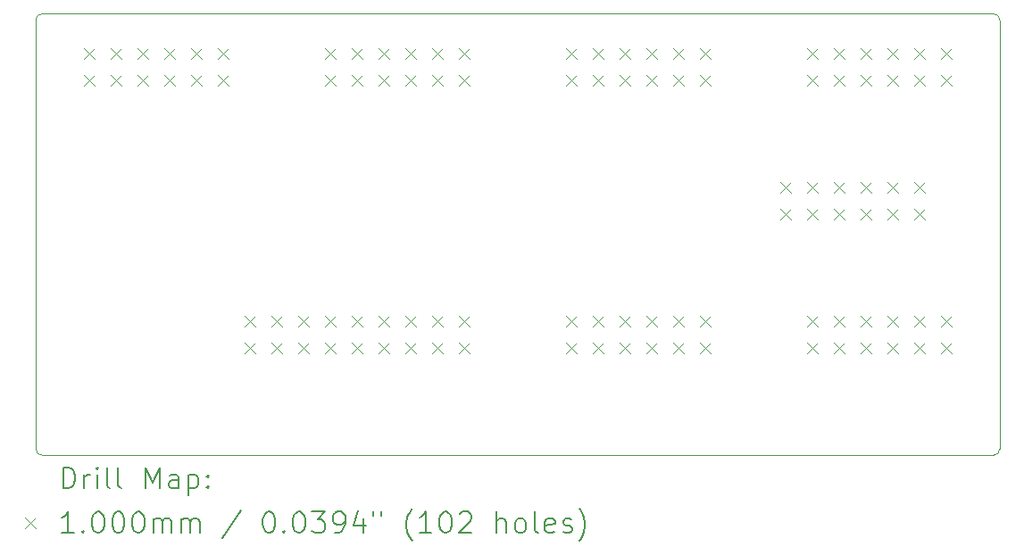
<source format=gbr>
%TF.GenerationSoftware,KiCad,Pcbnew,7.0.11-7.0.11~ubuntu20.04.1*%
%TF.CreationDate,2024-08-17T23:29:17+02:00*%
%TF.ProjectId,kicad-kria-4x-pmod,6b696361-642d-46b7-9269-612d34782d70,1.0*%
%TF.SameCoordinates,Original*%
%TF.FileFunction,Drillmap*%
%TF.FilePolarity,Positive*%
%FSLAX45Y45*%
G04 Gerber Fmt 4.5, Leading zero omitted, Abs format (unit mm)*
G04 Created by KiCad (PCBNEW 7.0.11-7.0.11~ubuntu20.04.1) date 2024-08-17 23:29:17*
%MOMM*%
%LPD*%
G01*
G04 APERTURE LIST*
%ADD10C,0.050000*%
%ADD11C,0.200000*%
%ADD12C,0.100000*%
G04 APERTURE END LIST*
D10*
X17462500Y-8636000D02*
G75*
G03*
X17526000Y-8572500I0J63500D01*
G01*
X8382000Y-8572500D02*
G75*
G03*
X8445500Y-8636000I63500J0D01*
G01*
X8445500Y-4445000D02*
G75*
G03*
X8382000Y-4508500I0J-63500D01*
G01*
X17526000Y-4508500D02*
G75*
G03*
X17462500Y-4445000I-63500J0D01*
G01*
X17526000Y-8572500D02*
X17526000Y-4508500D01*
X8445500Y-8636000D02*
X17462500Y-8636000D01*
X8382000Y-4508500D02*
X8382000Y-8572500D01*
X17462500Y-4445000D02*
X8445500Y-4445000D01*
D11*
D12*
X8840000Y-4776000D02*
X8940000Y-4876000D01*
X8940000Y-4776000D02*
X8840000Y-4876000D01*
X8840000Y-5030000D02*
X8940000Y-5130000D01*
X8940000Y-5030000D02*
X8840000Y-5130000D01*
X9094000Y-4776000D02*
X9194000Y-4876000D01*
X9194000Y-4776000D02*
X9094000Y-4876000D01*
X9094000Y-5030000D02*
X9194000Y-5130000D01*
X9194000Y-5030000D02*
X9094000Y-5130000D01*
X9348000Y-4776000D02*
X9448000Y-4876000D01*
X9448000Y-4776000D02*
X9348000Y-4876000D01*
X9348000Y-5030000D02*
X9448000Y-5130000D01*
X9448000Y-5030000D02*
X9348000Y-5130000D01*
X9602000Y-4776000D02*
X9702000Y-4876000D01*
X9702000Y-4776000D02*
X9602000Y-4876000D01*
X9602000Y-5030000D02*
X9702000Y-5130000D01*
X9702000Y-5030000D02*
X9602000Y-5130000D01*
X9856000Y-4776000D02*
X9956000Y-4876000D01*
X9956000Y-4776000D02*
X9856000Y-4876000D01*
X9856000Y-5030000D02*
X9956000Y-5130000D01*
X9956000Y-5030000D02*
X9856000Y-5130000D01*
X10110000Y-4776000D02*
X10210000Y-4876000D01*
X10210000Y-4776000D02*
X10110000Y-4876000D01*
X10110000Y-5030000D02*
X10210000Y-5130000D01*
X10210000Y-5030000D02*
X10110000Y-5130000D01*
X10364000Y-7316000D02*
X10464000Y-7416000D01*
X10464000Y-7316000D02*
X10364000Y-7416000D01*
X10364000Y-7570000D02*
X10464000Y-7670000D01*
X10464000Y-7570000D02*
X10364000Y-7670000D01*
X10618000Y-7316000D02*
X10718000Y-7416000D01*
X10718000Y-7316000D02*
X10618000Y-7416000D01*
X10618000Y-7570000D02*
X10718000Y-7670000D01*
X10718000Y-7570000D02*
X10618000Y-7670000D01*
X10872000Y-7316000D02*
X10972000Y-7416000D01*
X10972000Y-7316000D02*
X10872000Y-7416000D01*
X10872000Y-7570000D02*
X10972000Y-7670000D01*
X10972000Y-7570000D02*
X10872000Y-7670000D01*
X11126000Y-4776000D02*
X11226000Y-4876000D01*
X11226000Y-4776000D02*
X11126000Y-4876000D01*
X11126000Y-5030000D02*
X11226000Y-5130000D01*
X11226000Y-5030000D02*
X11126000Y-5130000D01*
X11126000Y-7316000D02*
X11226000Y-7416000D01*
X11226000Y-7316000D02*
X11126000Y-7416000D01*
X11126000Y-7570000D02*
X11226000Y-7670000D01*
X11226000Y-7570000D02*
X11126000Y-7670000D01*
X11380000Y-4776000D02*
X11480000Y-4876000D01*
X11480000Y-4776000D02*
X11380000Y-4876000D01*
X11380000Y-5030000D02*
X11480000Y-5130000D01*
X11480000Y-5030000D02*
X11380000Y-5130000D01*
X11380000Y-7316000D02*
X11480000Y-7416000D01*
X11480000Y-7316000D02*
X11380000Y-7416000D01*
X11380000Y-7570000D02*
X11480000Y-7670000D01*
X11480000Y-7570000D02*
X11380000Y-7670000D01*
X11634000Y-4776000D02*
X11734000Y-4876000D01*
X11734000Y-4776000D02*
X11634000Y-4876000D01*
X11634000Y-5030000D02*
X11734000Y-5130000D01*
X11734000Y-5030000D02*
X11634000Y-5130000D01*
X11634000Y-7316000D02*
X11734000Y-7416000D01*
X11734000Y-7316000D02*
X11634000Y-7416000D01*
X11634000Y-7570000D02*
X11734000Y-7670000D01*
X11734000Y-7570000D02*
X11634000Y-7670000D01*
X11888000Y-4776000D02*
X11988000Y-4876000D01*
X11988000Y-4776000D02*
X11888000Y-4876000D01*
X11888000Y-5030000D02*
X11988000Y-5130000D01*
X11988000Y-5030000D02*
X11888000Y-5130000D01*
X11888000Y-7316000D02*
X11988000Y-7416000D01*
X11988000Y-7316000D02*
X11888000Y-7416000D01*
X11888000Y-7570000D02*
X11988000Y-7670000D01*
X11988000Y-7570000D02*
X11888000Y-7670000D01*
X12142000Y-4776000D02*
X12242000Y-4876000D01*
X12242000Y-4776000D02*
X12142000Y-4876000D01*
X12142000Y-5030000D02*
X12242000Y-5130000D01*
X12242000Y-5030000D02*
X12142000Y-5130000D01*
X12142000Y-7316000D02*
X12242000Y-7416000D01*
X12242000Y-7316000D02*
X12142000Y-7416000D01*
X12142000Y-7570000D02*
X12242000Y-7670000D01*
X12242000Y-7570000D02*
X12142000Y-7670000D01*
X12396000Y-4776000D02*
X12496000Y-4876000D01*
X12496000Y-4776000D02*
X12396000Y-4876000D01*
X12396000Y-5030000D02*
X12496000Y-5130000D01*
X12496000Y-5030000D02*
X12396000Y-5130000D01*
X12396000Y-7316000D02*
X12496000Y-7416000D01*
X12496000Y-7316000D02*
X12396000Y-7416000D01*
X12396000Y-7570000D02*
X12496000Y-7670000D01*
X12496000Y-7570000D02*
X12396000Y-7670000D01*
X13412000Y-4776000D02*
X13512000Y-4876000D01*
X13512000Y-4776000D02*
X13412000Y-4876000D01*
X13412000Y-5030000D02*
X13512000Y-5130000D01*
X13512000Y-5030000D02*
X13412000Y-5130000D01*
X13412000Y-7316000D02*
X13512000Y-7416000D01*
X13512000Y-7316000D02*
X13412000Y-7416000D01*
X13412000Y-7570000D02*
X13512000Y-7670000D01*
X13512000Y-7570000D02*
X13412000Y-7670000D01*
X13666000Y-4776000D02*
X13766000Y-4876000D01*
X13766000Y-4776000D02*
X13666000Y-4876000D01*
X13666000Y-5030000D02*
X13766000Y-5130000D01*
X13766000Y-5030000D02*
X13666000Y-5130000D01*
X13666000Y-7316000D02*
X13766000Y-7416000D01*
X13766000Y-7316000D02*
X13666000Y-7416000D01*
X13666000Y-7570000D02*
X13766000Y-7670000D01*
X13766000Y-7570000D02*
X13666000Y-7670000D01*
X13920000Y-4776000D02*
X14020000Y-4876000D01*
X14020000Y-4776000D02*
X13920000Y-4876000D01*
X13920000Y-5030000D02*
X14020000Y-5130000D01*
X14020000Y-5030000D02*
X13920000Y-5130000D01*
X13920000Y-7316000D02*
X14020000Y-7416000D01*
X14020000Y-7316000D02*
X13920000Y-7416000D01*
X13920000Y-7570000D02*
X14020000Y-7670000D01*
X14020000Y-7570000D02*
X13920000Y-7670000D01*
X14174000Y-4776000D02*
X14274000Y-4876000D01*
X14274000Y-4776000D02*
X14174000Y-4876000D01*
X14174000Y-5030000D02*
X14274000Y-5130000D01*
X14274000Y-5030000D02*
X14174000Y-5130000D01*
X14174000Y-7316000D02*
X14274000Y-7416000D01*
X14274000Y-7316000D02*
X14174000Y-7416000D01*
X14174000Y-7570000D02*
X14274000Y-7670000D01*
X14274000Y-7570000D02*
X14174000Y-7670000D01*
X14428000Y-4776000D02*
X14528000Y-4876000D01*
X14528000Y-4776000D02*
X14428000Y-4876000D01*
X14428000Y-5030000D02*
X14528000Y-5130000D01*
X14528000Y-5030000D02*
X14428000Y-5130000D01*
X14428000Y-7316000D02*
X14528000Y-7416000D01*
X14528000Y-7316000D02*
X14428000Y-7416000D01*
X14428000Y-7570000D02*
X14528000Y-7670000D01*
X14528000Y-7570000D02*
X14428000Y-7670000D01*
X14682000Y-4776000D02*
X14782000Y-4876000D01*
X14782000Y-4776000D02*
X14682000Y-4876000D01*
X14682000Y-5030000D02*
X14782000Y-5130000D01*
X14782000Y-5030000D02*
X14682000Y-5130000D01*
X14682000Y-7316000D02*
X14782000Y-7416000D01*
X14782000Y-7316000D02*
X14682000Y-7416000D01*
X14682000Y-7570000D02*
X14782000Y-7670000D01*
X14782000Y-7570000D02*
X14682000Y-7670000D01*
X15444000Y-6046000D02*
X15544000Y-6146000D01*
X15544000Y-6046000D02*
X15444000Y-6146000D01*
X15444000Y-6300000D02*
X15544000Y-6400000D01*
X15544000Y-6300000D02*
X15444000Y-6400000D01*
X15698000Y-4776000D02*
X15798000Y-4876000D01*
X15798000Y-4776000D02*
X15698000Y-4876000D01*
X15698000Y-5030000D02*
X15798000Y-5130000D01*
X15798000Y-5030000D02*
X15698000Y-5130000D01*
X15698000Y-6046000D02*
X15798000Y-6146000D01*
X15798000Y-6046000D02*
X15698000Y-6146000D01*
X15698000Y-6300000D02*
X15798000Y-6400000D01*
X15798000Y-6300000D02*
X15698000Y-6400000D01*
X15698000Y-7316000D02*
X15798000Y-7416000D01*
X15798000Y-7316000D02*
X15698000Y-7416000D01*
X15698000Y-7570000D02*
X15798000Y-7670000D01*
X15798000Y-7570000D02*
X15698000Y-7670000D01*
X15952000Y-4776000D02*
X16052000Y-4876000D01*
X16052000Y-4776000D02*
X15952000Y-4876000D01*
X15952000Y-5030000D02*
X16052000Y-5130000D01*
X16052000Y-5030000D02*
X15952000Y-5130000D01*
X15952000Y-6046000D02*
X16052000Y-6146000D01*
X16052000Y-6046000D02*
X15952000Y-6146000D01*
X15952000Y-6300000D02*
X16052000Y-6400000D01*
X16052000Y-6300000D02*
X15952000Y-6400000D01*
X15952000Y-7316000D02*
X16052000Y-7416000D01*
X16052000Y-7316000D02*
X15952000Y-7416000D01*
X15952000Y-7570000D02*
X16052000Y-7670000D01*
X16052000Y-7570000D02*
X15952000Y-7670000D01*
X16206000Y-4776000D02*
X16306000Y-4876000D01*
X16306000Y-4776000D02*
X16206000Y-4876000D01*
X16206000Y-5030000D02*
X16306000Y-5130000D01*
X16306000Y-5030000D02*
X16206000Y-5130000D01*
X16206000Y-6046000D02*
X16306000Y-6146000D01*
X16306000Y-6046000D02*
X16206000Y-6146000D01*
X16206000Y-6300000D02*
X16306000Y-6400000D01*
X16306000Y-6300000D02*
X16206000Y-6400000D01*
X16206000Y-7316000D02*
X16306000Y-7416000D01*
X16306000Y-7316000D02*
X16206000Y-7416000D01*
X16206000Y-7570000D02*
X16306000Y-7670000D01*
X16306000Y-7570000D02*
X16206000Y-7670000D01*
X16460000Y-4776000D02*
X16560000Y-4876000D01*
X16560000Y-4776000D02*
X16460000Y-4876000D01*
X16460000Y-5030000D02*
X16560000Y-5130000D01*
X16560000Y-5030000D02*
X16460000Y-5130000D01*
X16460000Y-6046000D02*
X16560000Y-6146000D01*
X16560000Y-6046000D02*
X16460000Y-6146000D01*
X16460000Y-6300000D02*
X16560000Y-6400000D01*
X16560000Y-6300000D02*
X16460000Y-6400000D01*
X16460000Y-7316000D02*
X16560000Y-7416000D01*
X16560000Y-7316000D02*
X16460000Y-7416000D01*
X16460000Y-7570000D02*
X16560000Y-7670000D01*
X16560000Y-7570000D02*
X16460000Y-7670000D01*
X16714000Y-4776000D02*
X16814000Y-4876000D01*
X16814000Y-4776000D02*
X16714000Y-4876000D01*
X16714000Y-5030000D02*
X16814000Y-5130000D01*
X16814000Y-5030000D02*
X16714000Y-5130000D01*
X16714000Y-6046000D02*
X16814000Y-6146000D01*
X16814000Y-6046000D02*
X16714000Y-6146000D01*
X16714000Y-6300000D02*
X16814000Y-6400000D01*
X16814000Y-6300000D02*
X16714000Y-6400000D01*
X16714000Y-7316000D02*
X16814000Y-7416000D01*
X16814000Y-7316000D02*
X16714000Y-7416000D01*
X16714000Y-7570000D02*
X16814000Y-7670000D01*
X16814000Y-7570000D02*
X16714000Y-7670000D01*
X16968000Y-4776000D02*
X17068000Y-4876000D01*
X17068000Y-4776000D02*
X16968000Y-4876000D01*
X16968000Y-5030000D02*
X17068000Y-5130000D01*
X17068000Y-5030000D02*
X16968000Y-5130000D01*
X16968000Y-7316000D02*
X17068000Y-7416000D01*
X17068000Y-7316000D02*
X16968000Y-7416000D01*
X16968000Y-7570000D02*
X17068000Y-7670000D01*
X17068000Y-7570000D02*
X16968000Y-7670000D01*
D11*
X8640277Y-8949984D02*
X8640277Y-8749984D01*
X8640277Y-8749984D02*
X8687896Y-8749984D01*
X8687896Y-8749984D02*
X8716467Y-8759508D01*
X8716467Y-8759508D02*
X8735515Y-8778555D01*
X8735515Y-8778555D02*
X8745039Y-8797603D01*
X8745039Y-8797603D02*
X8754563Y-8835698D01*
X8754563Y-8835698D02*
X8754563Y-8864270D01*
X8754563Y-8864270D02*
X8745039Y-8902365D01*
X8745039Y-8902365D02*
X8735515Y-8921412D01*
X8735515Y-8921412D02*
X8716467Y-8940460D01*
X8716467Y-8940460D02*
X8687896Y-8949984D01*
X8687896Y-8949984D02*
X8640277Y-8949984D01*
X8840277Y-8949984D02*
X8840277Y-8816650D01*
X8840277Y-8854746D02*
X8849801Y-8835698D01*
X8849801Y-8835698D02*
X8859324Y-8826174D01*
X8859324Y-8826174D02*
X8878372Y-8816650D01*
X8878372Y-8816650D02*
X8897420Y-8816650D01*
X8964086Y-8949984D02*
X8964086Y-8816650D01*
X8964086Y-8749984D02*
X8954563Y-8759508D01*
X8954563Y-8759508D02*
X8964086Y-8769031D01*
X8964086Y-8769031D02*
X8973610Y-8759508D01*
X8973610Y-8759508D02*
X8964086Y-8749984D01*
X8964086Y-8749984D02*
X8964086Y-8769031D01*
X9087896Y-8949984D02*
X9068848Y-8940460D01*
X9068848Y-8940460D02*
X9059324Y-8921412D01*
X9059324Y-8921412D02*
X9059324Y-8749984D01*
X9192658Y-8949984D02*
X9173610Y-8940460D01*
X9173610Y-8940460D02*
X9164086Y-8921412D01*
X9164086Y-8921412D02*
X9164086Y-8749984D01*
X9421229Y-8949984D02*
X9421229Y-8749984D01*
X9421229Y-8749984D02*
X9487896Y-8892841D01*
X9487896Y-8892841D02*
X9554563Y-8749984D01*
X9554563Y-8749984D02*
X9554563Y-8949984D01*
X9735515Y-8949984D02*
X9735515Y-8845222D01*
X9735515Y-8845222D02*
X9725991Y-8826174D01*
X9725991Y-8826174D02*
X9706944Y-8816650D01*
X9706944Y-8816650D02*
X9668848Y-8816650D01*
X9668848Y-8816650D02*
X9649801Y-8826174D01*
X9735515Y-8940460D02*
X9716467Y-8949984D01*
X9716467Y-8949984D02*
X9668848Y-8949984D01*
X9668848Y-8949984D02*
X9649801Y-8940460D01*
X9649801Y-8940460D02*
X9640277Y-8921412D01*
X9640277Y-8921412D02*
X9640277Y-8902365D01*
X9640277Y-8902365D02*
X9649801Y-8883317D01*
X9649801Y-8883317D02*
X9668848Y-8873793D01*
X9668848Y-8873793D02*
X9716467Y-8873793D01*
X9716467Y-8873793D02*
X9735515Y-8864270D01*
X9830753Y-8816650D02*
X9830753Y-9016650D01*
X9830753Y-8826174D02*
X9849801Y-8816650D01*
X9849801Y-8816650D02*
X9887896Y-8816650D01*
X9887896Y-8816650D02*
X9906944Y-8826174D01*
X9906944Y-8826174D02*
X9916467Y-8835698D01*
X9916467Y-8835698D02*
X9925991Y-8854746D01*
X9925991Y-8854746D02*
X9925991Y-8911889D01*
X9925991Y-8911889D02*
X9916467Y-8930936D01*
X9916467Y-8930936D02*
X9906944Y-8940460D01*
X9906944Y-8940460D02*
X9887896Y-8949984D01*
X9887896Y-8949984D02*
X9849801Y-8949984D01*
X9849801Y-8949984D02*
X9830753Y-8940460D01*
X10011705Y-8930936D02*
X10021229Y-8940460D01*
X10021229Y-8940460D02*
X10011705Y-8949984D01*
X10011705Y-8949984D02*
X10002182Y-8940460D01*
X10002182Y-8940460D02*
X10011705Y-8930936D01*
X10011705Y-8930936D02*
X10011705Y-8949984D01*
X10011705Y-8826174D02*
X10021229Y-8835698D01*
X10021229Y-8835698D02*
X10011705Y-8845222D01*
X10011705Y-8845222D02*
X10002182Y-8835698D01*
X10002182Y-8835698D02*
X10011705Y-8826174D01*
X10011705Y-8826174D02*
X10011705Y-8845222D01*
D12*
X8279500Y-9228500D02*
X8379500Y-9328500D01*
X8379500Y-9228500D02*
X8279500Y-9328500D01*
D11*
X8745039Y-9369984D02*
X8630753Y-9369984D01*
X8687896Y-9369984D02*
X8687896Y-9169984D01*
X8687896Y-9169984D02*
X8668848Y-9198555D01*
X8668848Y-9198555D02*
X8649801Y-9217603D01*
X8649801Y-9217603D02*
X8630753Y-9227127D01*
X8830753Y-9350936D02*
X8840277Y-9360460D01*
X8840277Y-9360460D02*
X8830753Y-9369984D01*
X8830753Y-9369984D02*
X8821229Y-9360460D01*
X8821229Y-9360460D02*
X8830753Y-9350936D01*
X8830753Y-9350936D02*
X8830753Y-9369984D01*
X8964086Y-9169984D02*
X8983134Y-9169984D01*
X8983134Y-9169984D02*
X9002182Y-9179508D01*
X9002182Y-9179508D02*
X9011705Y-9189031D01*
X9011705Y-9189031D02*
X9021229Y-9208079D01*
X9021229Y-9208079D02*
X9030753Y-9246174D01*
X9030753Y-9246174D02*
X9030753Y-9293793D01*
X9030753Y-9293793D02*
X9021229Y-9331889D01*
X9021229Y-9331889D02*
X9011705Y-9350936D01*
X9011705Y-9350936D02*
X9002182Y-9360460D01*
X9002182Y-9360460D02*
X8983134Y-9369984D01*
X8983134Y-9369984D02*
X8964086Y-9369984D01*
X8964086Y-9369984D02*
X8945039Y-9360460D01*
X8945039Y-9360460D02*
X8935515Y-9350936D01*
X8935515Y-9350936D02*
X8925991Y-9331889D01*
X8925991Y-9331889D02*
X8916467Y-9293793D01*
X8916467Y-9293793D02*
X8916467Y-9246174D01*
X8916467Y-9246174D02*
X8925991Y-9208079D01*
X8925991Y-9208079D02*
X8935515Y-9189031D01*
X8935515Y-9189031D02*
X8945039Y-9179508D01*
X8945039Y-9179508D02*
X8964086Y-9169984D01*
X9154563Y-9169984D02*
X9173610Y-9169984D01*
X9173610Y-9169984D02*
X9192658Y-9179508D01*
X9192658Y-9179508D02*
X9202182Y-9189031D01*
X9202182Y-9189031D02*
X9211705Y-9208079D01*
X9211705Y-9208079D02*
X9221229Y-9246174D01*
X9221229Y-9246174D02*
X9221229Y-9293793D01*
X9221229Y-9293793D02*
X9211705Y-9331889D01*
X9211705Y-9331889D02*
X9202182Y-9350936D01*
X9202182Y-9350936D02*
X9192658Y-9360460D01*
X9192658Y-9360460D02*
X9173610Y-9369984D01*
X9173610Y-9369984D02*
X9154563Y-9369984D01*
X9154563Y-9369984D02*
X9135515Y-9360460D01*
X9135515Y-9360460D02*
X9125991Y-9350936D01*
X9125991Y-9350936D02*
X9116467Y-9331889D01*
X9116467Y-9331889D02*
X9106944Y-9293793D01*
X9106944Y-9293793D02*
X9106944Y-9246174D01*
X9106944Y-9246174D02*
X9116467Y-9208079D01*
X9116467Y-9208079D02*
X9125991Y-9189031D01*
X9125991Y-9189031D02*
X9135515Y-9179508D01*
X9135515Y-9179508D02*
X9154563Y-9169984D01*
X9345039Y-9169984D02*
X9364086Y-9169984D01*
X9364086Y-9169984D02*
X9383134Y-9179508D01*
X9383134Y-9179508D02*
X9392658Y-9189031D01*
X9392658Y-9189031D02*
X9402182Y-9208079D01*
X9402182Y-9208079D02*
X9411705Y-9246174D01*
X9411705Y-9246174D02*
X9411705Y-9293793D01*
X9411705Y-9293793D02*
X9402182Y-9331889D01*
X9402182Y-9331889D02*
X9392658Y-9350936D01*
X9392658Y-9350936D02*
X9383134Y-9360460D01*
X9383134Y-9360460D02*
X9364086Y-9369984D01*
X9364086Y-9369984D02*
X9345039Y-9369984D01*
X9345039Y-9369984D02*
X9325991Y-9360460D01*
X9325991Y-9360460D02*
X9316467Y-9350936D01*
X9316467Y-9350936D02*
X9306944Y-9331889D01*
X9306944Y-9331889D02*
X9297420Y-9293793D01*
X9297420Y-9293793D02*
X9297420Y-9246174D01*
X9297420Y-9246174D02*
X9306944Y-9208079D01*
X9306944Y-9208079D02*
X9316467Y-9189031D01*
X9316467Y-9189031D02*
X9325991Y-9179508D01*
X9325991Y-9179508D02*
X9345039Y-9169984D01*
X9497420Y-9369984D02*
X9497420Y-9236650D01*
X9497420Y-9255698D02*
X9506944Y-9246174D01*
X9506944Y-9246174D02*
X9525991Y-9236650D01*
X9525991Y-9236650D02*
X9554563Y-9236650D01*
X9554563Y-9236650D02*
X9573610Y-9246174D01*
X9573610Y-9246174D02*
X9583134Y-9265222D01*
X9583134Y-9265222D02*
X9583134Y-9369984D01*
X9583134Y-9265222D02*
X9592658Y-9246174D01*
X9592658Y-9246174D02*
X9611705Y-9236650D01*
X9611705Y-9236650D02*
X9640277Y-9236650D01*
X9640277Y-9236650D02*
X9659325Y-9246174D01*
X9659325Y-9246174D02*
X9668848Y-9265222D01*
X9668848Y-9265222D02*
X9668848Y-9369984D01*
X9764086Y-9369984D02*
X9764086Y-9236650D01*
X9764086Y-9255698D02*
X9773610Y-9246174D01*
X9773610Y-9246174D02*
X9792658Y-9236650D01*
X9792658Y-9236650D02*
X9821229Y-9236650D01*
X9821229Y-9236650D02*
X9840277Y-9246174D01*
X9840277Y-9246174D02*
X9849801Y-9265222D01*
X9849801Y-9265222D02*
X9849801Y-9369984D01*
X9849801Y-9265222D02*
X9859325Y-9246174D01*
X9859325Y-9246174D02*
X9878372Y-9236650D01*
X9878372Y-9236650D02*
X9906944Y-9236650D01*
X9906944Y-9236650D02*
X9925991Y-9246174D01*
X9925991Y-9246174D02*
X9935515Y-9265222D01*
X9935515Y-9265222D02*
X9935515Y-9369984D01*
X10325991Y-9160460D02*
X10154563Y-9417603D01*
X10583134Y-9169984D02*
X10602182Y-9169984D01*
X10602182Y-9169984D02*
X10621229Y-9179508D01*
X10621229Y-9179508D02*
X10630753Y-9189031D01*
X10630753Y-9189031D02*
X10640277Y-9208079D01*
X10640277Y-9208079D02*
X10649801Y-9246174D01*
X10649801Y-9246174D02*
X10649801Y-9293793D01*
X10649801Y-9293793D02*
X10640277Y-9331889D01*
X10640277Y-9331889D02*
X10630753Y-9350936D01*
X10630753Y-9350936D02*
X10621229Y-9360460D01*
X10621229Y-9360460D02*
X10602182Y-9369984D01*
X10602182Y-9369984D02*
X10583134Y-9369984D01*
X10583134Y-9369984D02*
X10564087Y-9360460D01*
X10564087Y-9360460D02*
X10554563Y-9350936D01*
X10554563Y-9350936D02*
X10545039Y-9331889D01*
X10545039Y-9331889D02*
X10535515Y-9293793D01*
X10535515Y-9293793D02*
X10535515Y-9246174D01*
X10535515Y-9246174D02*
X10545039Y-9208079D01*
X10545039Y-9208079D02*
X10554563Y-9189031D01*
X10554563Y-9189031D02*
X10564087Y-9179508D01*
X10564087Y-9179508D02*
X10583134Y-9169984D01*
X10735515Y-9350936D02*
X10745039Y-9360460D01*
X10745039Y-9360460D02*
X10735515Y-9369984D01*
X10735515Y-9369984D02*
X10725991Y-9360460D01*
X10725991Y-9360460D02*
X10735515Y-9350936D01*
X10735515Y-9350936D02*
X10735515Y-9369984D01*
X10868848Y-9169984D02*
X10887896Y-9169984D01*
X10887896Y-9169984D02*
X10906944Y-9179508D01*
X10906944Y-9179508D02*
X10916468Y-9189031D01*
X10916468Y-9189031D02*
X10925991Y-9208079D01*
X10925991Y-9208079D02*
X10935515Y-9246174D01*
X10935515Y-9246174D02*
X10935515Y-9293793D01*
X10935515Y-9293793D02*
X10925991Y-9331889D01*
X10925991Y-9331889D02*
X10916468Y-9350936D01*
X10916468Y-9350936D02*
X10906944Y-9360460D01*
X10906944Y-9360460D02*
X10887896Y-9369984D01*
X10887896Y-9369984D02*
X10868848Y-9369984D01*
X10868848Y-9369984D02*
X10849801Y-9360460D01*
X10849801Y-9360460D02*
X10840277Y-9350936D01*
X10840277Y-9350936D02*
X10830753Y-9331889D01*
X10830753Y-9331889D02*
X10821229Y-9293793D01*
X10821229Y-9293793D02*
X10821229Y-9246174D01*
X10821229Y-9246174D02*
X10830753Y-9208079D01*
X10830753Y-9208079D02*
X10840277Y-9189031D01*
X10840277Y-9189031D02*
X10849801Y-9179508D01*
X10849801Y-9179508D02*
X10868848Y-9169984D01*
X11002182Y-9169984D02*
X11125991Y-9169984D01*
X11125991Y-9169984D02*
X11059325Y-9246174D01*
X11059325Y-9246174D02*
X11087896Y-9246174D01*
X11087896Y-9246174D02*
X11106944Y-9255698D01*
X11106944Y-9255698D02*
X11116468Y-9265222D01*
X11116468Y-9265222D02*
X11125991Y-9284270D01*
X11125991Y-9284270D02*
X11125991Y-9331889D01*
X11125991Y-9331889D02*
X11116468Y-9350936D01*
X11116468Y-9350936D02*
X11106944Y-9360460D01*
X11106944Y-9360460D02*
X11087896Y-9369984D01*
X11087896Y-9369984D02*
X11030753Y-9369984D01*
X11030753Y-9369984D02*
X11011706Y-9360460D01*
X11011706Y-9360460D02*
X11002182Y-9350936D01*
X11221229Y-9369984D02*
X11259325Y-9369984D01*
X11259325Y-9369984D02*
X11278372Y-9360460D01*
X11278372Y-9360460D02*
X11287896Y-9350936D01*
X11287896Y-9350936D02*
X11306944Y-9322365D01*
X11306944Y-9322365D02*
X11316467Y-9284270D01*
X11316467Y-9284270D02*
X11316467Y-9208079D01*
X11316467Y-9208079D02*
X11306944Y-9189031D01*
X11306944Y-9189031D02*
X11297420Y-9179508D01*
X11297420Y-9179508D02*
X11278372Y-9169984D01*
X11278372Y-9169984D02*
X11240277Y-9169984D01*
X11240277Y-9169984D02*
X11221229Y-9179508D01*
X11221229Y-9179508D02*
X11211706Y-9189031D01*
X11211706Y-9189031D02*
X11202182Y-9208079D01*
X11202182Y-9208079D02*
X11202182Y-9255698D01*
X11202182Y-9255698D02*
X11211706Y-9274746D01*
X11211706Y-9274746D02*
X11221229Y-9284270D01*
X11221229Y-9284270D02*
X11240277Y-9293793D01*
X11240277Y-9293793D02*
X11278372Y-9293793D01*
X11278372Y-9293793D02*
X11297420Y-9284270D01*
X11297420Y-9284270D02*
X11306944Y-9274746D01*
X11306944Y-9274746D02*
X11316467Y-9255698D01*
X11487896Y-9236650D02*
X11487896Y-9369984D01*
X11440277Y-9160460D02*
X11392658Y-9303317D01*
X11392658Y-9303317D02*
X11516467Y-9303317D01*
X11583134Y-9169984D02*
X11583134Y-9208079D01*
X11659325Y-9169984D02*
X11659325Y-9208079D01*
X11954563Y-9446174D02*
X11945039Y-9436650D01*
X11945039Y-9436650D02*
X11925991Y-9408079D01*
X11925991Y-9408079D02*
X11916468Y-9389031D01*
X11916468Y-9389031D02*
X11906944Y-9360460D01*
X11906944Y-9360460D02*
X11897420Y-9312841D01*
X11897420Y-9312841D02*
X11897420Y-9274746D01*
X11897420Y-9274746D02*
X11906944Y-9227127D01*
X11906944Y-9227127D02*
X11916468Y-9198555D01*
X11916468Y-9198555D02*
X11925991Y-9179508D01*
X11925991Y-9179508D02*
X11945039Y-9150936D01*
X11945039Y-9150936D02*
X11954563Y-9141412D01*
X12135515Y-9369984D02*
X12021229Y-9369984D01*
X12078372Y-9369984D02*
X12078372Y-9169984D01*
X12078372Y-9169984D02*
X12059325Y-9198555D01*
X12059325Y-9198555D02*
X12040277Y-9217603D01*
X12040277Y-9217603D02*
X12021229Y-9227127D01*
X12259325Y-9169984D02*
X12278372Y-9169984D01*
X12278372Y-9169984D02*
X12297420Y-9179508D01*
X12297420Y-9179508D02*
X12306944Y-9189031D01*
X12306944Y-9189031D02*
X12316468Y-9208079D01*
X12316468Y-9208079D02*
X12325991Y-9246174D01*
X12325991Y-9246174D02*
X12325991Y-9293793D01*
X12325991Y-9293793D02*
X12316468Y-9331889D01*
X12316468Y-9331889D02*
X12306944Y-9350936D01*
X12306944Y-9350936D02*
X12297420Y-9360460D01*
X12297420Y-9360460D02*
X12278372Y-9369984D01*
X12278372Y-9369984D02*
X12259325Y-9369984D01*
X12259325Y-9369984D02*
X12240277Y-9360460D01*
X12240277Y-9360460D02*
X12230753Y-9350936D01*
X12230753Y-9350936D02*
X12221229Y-9331889D01*
X12221229Y-9331889D02*
X12211706Y-9293793D01*
X12211706Y-9293793D02*
X12211706Y-9246174D01*
X12211706Y-9246174D02*
X12221229Y-9208079D01*
X12221229Y-9208079D02*
X12230753Y-9189031D01*
X12230753Y-9189031D02*
X12240277Y-9179508D01*
X12240277Y-9179508D02*
X12259325Y-9169984D01*
X12402182Y-9189031D02*
X12411706Y-9179508D01*
X12411706Y-9179508D02*
X12430753Y-9169984D01*
X12430753Y-9169984D02*
X12478372Y-9169984D01*
X12478372Y-9169984D02*
X12497420Y-9179508D01*
X12497420Y-9179508D02*
X12506944Y-9189031D01*
X12506944Y-9189031D02*
X12516468Y-9208079D01*
X12516468Y-9208079D02*
X12516468Y-9227127D01*
X12516468Y-9227127D02*
X12506944Y-9255698D01*
X12506944Y-9255698D02*
X12392658Y-9369984D01*
X12392658Y-9369984D02*
X12516468Y-9369984D01*
X12754563Y-9369984D02*
X12754563Y-9169984D01*
X12840277Y-9369984D02*
X12840277Y-9265222D01*
X12840277Y-9265222D02*
X12830753Y-9246174D01*
X12830753Y-9246174D02*
X12811706Y-9236650D01*
X12811706Y-9236650D02*
X12783134Y-9236650D01*
X12783134Y-9236650D02*
X12764087Y-9246174D01*
X12764087Y-9246174D02*
X12754563Y-9255698D01*
X12964087Y-9369984D02*
X12945039Y-9360460D01*
X12945039Y-9360460D02*
X12935515Y-9350936D01*
X12935515Y-9350936D02*
X12925991Y-9331889D01*
X12925991Y-9331889D02*
X12925991Y-9274746D01*
X12925991Y-9274746D02*
X12935515Y-9255698D01*
X12935515Y-9255698D02*
X12945039Y-9246174D01*
X12945039Y-9246174D02*
X12964087Y-9236650D01*
X12964087Y-9236650D02*
X12992658Y-9236650D01*
X12992658Y-9236650D02*
X13011706Y-9246174D01*
X13011706Y-9246174D02*
X13021230Y-9255698D01*
X13021230Y-9255698D02*
X13030753Y-9274746D01*
X13030753Y-9274746D02*
X13030753Y-9331889D01*
X13030753Y-9331889D02*
X13021230Y-9350936D01*
X13021230Y-9350936D02*
X13011706Y-9360460D01*
X13011706Y-9360460D02*
X12992658Y-9369984D01*
X12992658Y-9369984D02*
X12964087Y-9369984D01*
X13145039Y-9369984D02*
X13125991Y-9360460D01*
X13125991Y-9360460D02*
X13116468Y-9341412D01*
X13116468Y-9341412D02*
X13116468Y-9169984D01*
X13297420Y-9360460D02*
X13278372Y-9369984D01*
X13278372Y-9369984D02*
X13240277Y-9369984D01*
X13240277Y-9369984D02*
X13221230Y-9360460D01*
X13221230Y-9360460D02*
X13211706Y-9341412D01*
X13211706Y-9341412D02*
X13211706Y-9265222D01*
X13211706Y-9265222D02*
X13221230Y-9246174D01*
X13221230Y-9246174D02*
X13240277Y-9236650D01*
X13240277Y-9236650D02*
X13278372Y-9236650D01*
X13278372Y-9236650D02*
X13297420Y-9246174D01*
X13297420Y-9246174D02*
X13306944Y-9265222D01*
X13306944Y-9265222D02*
X13306944Y-9284270D01*
X13306944Y-9284270D02*
X13211706Y-9303317D01*
X13383134Y-9360460D02*
X13402182Y-9369984D01*
X13402182Y-9369984D02*
X13440277Y-9369984D01*
X13440277Y-9369984D02*
X13459325Y-9360460D01*
X13459325Y-9360460D02*
X13468849Y-9341412D01*
X13468849Y-9341412D02*
X13468849Y-9331889D01*
X13468849Y-9331889D02*
X13459325Y-9312841D01*
X13459325Y-9312841D02*
X13440277Y-9303317D01*
X13440277Y-9303317D02*
X13411706Y-9303317D01*
X13411706Y-9303317D02*
X13392658Y-9293793D01*
X13392658Y-9293793D02*
X13383134Y-9274746D01*
X13383134Y-9274746D02*
X13383134Y-9265222D01*
X13383134Y-9265222D02*
X13392658Y-9246174D01*
X13392658Y-9246174D02*
X13411706Y-9236650D01*
X13411706Y-9236650D02*
X13440277Y-9236650D01*
X13440277Y-9236650D02*
X13459325Y-9246174D01*
X13535515Y-9446174D02*
X13545039Y-9436650D01*
X13545039Y-9436650D02*
X13564087Y-9408079D01*
X13564087Y-9408079D02*
X13573611Y-9389031D01*
X13573611Y-9389031D02*
X13583134Y-9360460D01*
X13583134Y-9360460D02*
X13592658Y-9312841D01*
X13592658Y-9312841D02*
X13592658Y-9274746D01*
X13592658Y-9274746D02*
X13583134Y-9227127D01*
X13583134Y-9227127D02*
X13573611Y-9198555D01*
X13573611Y-9198555D02*
X13564087Y-9179508D01*
X13564087Y-9179508D02*
X13545039Y-9150936D01*
X13545039Y-9150936D02*
X13535515Y-9141412D01*
M02*

</source>
